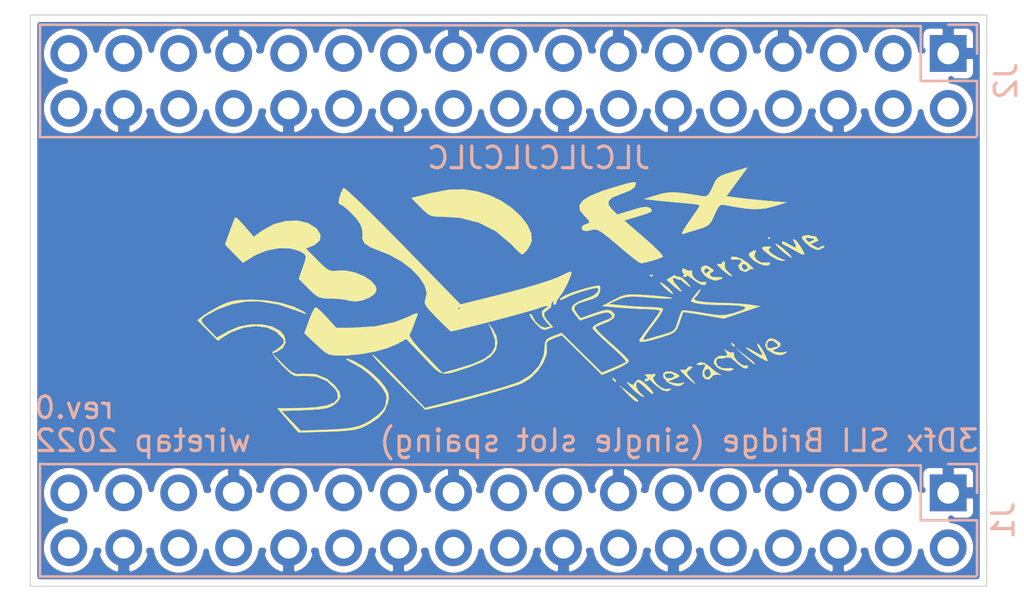
<source format=kicad_pcb>
(kicad_pcb (version 20171130) (host pcbnew "(5.1.6)-1")
  (layers (0 F.Cu power) (1 In1.Cu signal) (2 In2.Cu signal) (31 B.Cu power) (34 B.Paste user) (35 F.Paste user) (36 B.SilkS user) (37 F.SilkS user) (38 B.Mask user) (39 F.Mask user) (44 Edge.Cuts user))
  (net 0 "")
  (net 1 2)
  (net 2 3)
  (net 3 4)
  (net 4 5)
  (net 5 8)
  (net 6 9)
  (net 7 10)
  (net 8 11)
  (net 9 14)
  (net 10 15)
  (net 11 17)
  (net 12 18)
  (net 13 20)
  (net 14 21)
  (net 15 23)
  (net 16 24)
  (net 17 25)
  (net 18 28)
  (net 19 29)
  (net 20 30)
  (net 21 31)
  (net 22 33)
  (net 23 34)
  (net 24 GND)
  (module SamacSys_Parts:3DFXinteractive-logo (layer F.Cu) (at 151.13 98.679)
    (fp_text reference G*** hide)
    (fp_text value LOGO hide)
    (fp_poly (pts (xy 11.070867 -6.002413) (xy 10.581087 -5.334) (xy 11.157943 -5.259677) (xy 11.556747 -5.2133) (xy 12.052264 -5.162594) (xy 12.53857 -5.118387) (xy 12.5476 -5.117633) (xy 13.3604 -5.049914) (xy 12.7508 -4.860641) (xy 12.353985 -4.766518) (xy 11.934794 -4.734736) (xy 11.444678 -4.766906) (xy 10.835088 -4.864639) (xy 10.483036 -4.935896) (xy 10.334319 -4.939636) (xy 10.218264 -4.848298) (xy 10.095182 -4.621412) (xy 10.031721 -4.47567) (xy 9.889372 -4.172937) (xy 9.741709 -3.996911) (xy 9.5169 -3.883907) (xy 9.280652 -3.809794) (xy 8.945049 -3.709271) (xy 8.669518 -3.621592) (xy 8.566004 -3.585376) (xy 8.524372 -3.620393) (xy 8.608209 -3.799506) (xy 8.811934 -4.111514) (xy 8.867037 -4.189525) (xy 9.089437 -4.506838) (xy 9.257171 -4.756906) (xy 9.342084 -4.897385) (xy 9.3472 -4.911738) (xy 9.253943 -4.942491) (xy 9.006636 -4.979826) (xy 8.653979 -5.016754) (xy 8.5598 -5.024721) (xy 8.093998 -5.064897) (xy 7.629838 -5.109022) (xy 7.267927 -5.147532) (xy 6.763455 -5.206685) (xy 7.355498 -5.389866) (xy 7.636091 -5.467684) (xy 7.894856 -5.510407) (xy 8.178337 -5.516915) (xy 8.533078 -5.486093) (xy 9.005623 -5.416821) (xy 9.463685 -5.339251) (xy 9.632537 -5.33271) (xy 9.753684 -5.413932) (xy 9.873813 -5.625519) (xy 9.939458 -5.773407) (xy 10.057258 -6.025858) (xy 10.179154 -6.187283) (xy 10.360329 -6.299289) (xy 10.655968 -6.403485) (xy 10.853496 -6.462576) (xy 11.560647 -6.670825) (xy 11.070867 -6.002413)) (layer F.SilkS) (width 0.01))
    (fp_poly (pts (xy 12.5984 -3.4036) (xy 12.5476 -3.3528) (xy 12.4968 -3.4036) (xy 12.5476 -3.4544) (xy 12.5984 -3.4036)) (layer F.SilkS) (width 0.01))
    (fp_poly (pts (xy 14.732 -3.4036) (xy 14.828924 -3.312302) (xy 14.8336 -3.296004) (xy 14.754992 -3.252365) (xy 14.732 -3.2512) (xy 14.634304 -3.329306) (xy 14.6304 -3.358797) (xy 14.692643 -3.419476) (xy 14.732 -3.4036)) (layer F.SilkS) (width 0.01))
    (fp_poly (pts (xy 14.449248 -3.522805) (xy 14.486622 -3.477856) (xy 14.393333 -3.462422) (xy 14.259551 -3.401144) (xy 14.253633 -3.3274) (xy 14.370595 -3.227586) (xy 14.422051 -3.228318) (xy 14.498364 -3.198723) (xy 14.484918 -3.160795) (xy 14.504797 -3.04502) (xy 14.553566 -3.013899) (xy 14.6085 -2.964535) (xy 14.57191 -2.954422) (xy 14.43376 -3.016745) (xy 14.24417 -3.179266) (xy 14.22649 -3.197749) (xy 14.079444 -3.373047) (xy 14.071199 -3.464614) (xy 14.154628 -3.512133) (xy 14.37043 -3.539811) (xy 14.449248 -3.522805)) (layer F.SilkS) (width 0.01))
    (fp_poly (pts (xy 13.321656 -3.19411) (xy 13.467981 -3.102032) (xy 13.606283 -2.982505) (xy 13.580974 -2.963647) (xy 13.405106 -3.045722) (xy 13.3096 -3.0988) (xy 13.163402 -3.20081) (xy 13.159848 -3.24741) (xy 13.163181 -3.2476) (xy 13.321656 -3.19411)) (layer F.SilkS) (width 0.01))
    (fp_poly (pts (xy 15.105774 -3.002964) (xy 15.0368 -2.9464) (xy 14.851581 -2.860428) (xy 14.7828 -2.847912) (xy 14.764625 -2.889837) (xy 14.8336 -2.9464) (xy 15.018818 -3.032373) (xy 15.0876 -3.044889) (xy 15.105774 -3.002964)) (layer F.SilkS) (width 0.01))
    (fp_poly (pts (xy 13.806128 -3.27294) (xy 13.959735 -3.073742) (xy 14.007337 -2.9972) (xy 14.132762 -2.777312) (xy 14.19434 -2.654641) (xy 14.195173 -2.645201) (xy 14.100968 -2.691086) (xy 13.941413 -2.777481) (xy 13.793344 -2.894052) (xy 13.778091 -2.974625) (xy 13.779285 -3.096662) (xy 13.718037 -3.197945) (xy 13.654626 -3.323257) (xy 13.693523 -3.3528) (xy 13.806128 -3.27294)) (layer F.SilkS) (width 0.01))
    (fp_poly (pts (xy -0.90298 -5.550605) (xy -0.366455 -5.380136) (xy 0.179002 -5.120811) (xy 0.671438 -4.784001) (xy 1.08419 -4.399425) (xy 1.390594 -3.996803) (xy 1.563989 -3.605855) (xy 1.577712 -3.256301) (xy 1.568755 -3.223047) (xy 1.463849 -2.997016) (xy 1.312984 -2.785216) (xy 1.170458 -2.658438) (xy 1.127253 -2.647451) (xy 1.031876 -2.718815) (xy 0.840689 -2.900002) (xy 0.601733 -3.144855) (xy -0.071375 -3.712095) (xy -0.851591 -4.111606) (xy -1.721686 -4.336379) (xy -2.448249 -4.385917) (xy -2.813999 -4.389119) (xy -3.052819 -4.426431) (xy -3.240939 -4.527813) (xy -3.454586 -4.723225) (xy -3.548494 -4.818352) (xy -3.978489 -5.256485) (xy -3.047218 -5.486594) (xy -2.26258 -5.635261) (xy -1.570662 -5.657505) (xy -0.90298 -5.550605)) (layer F.SilkS) (width 0.01))
    (fp_poly (pts (xy 12.972537 -3.086154) (xy 13.163019 -2.943601) (xy 13.368362 -2.766051) (xy 13.533082 -2.602101) (xy 13.601694 -2.50035) (xy 13.598699 -2.491433) (xy 13.509002 -2.531758) (xy 13.316375 -2.671926) (xy 13.1572 -2.801955) (xy 12.95007 -2.991731) (xy 12.846141 -3.116266) (xy 12.8524 -3.145111) (xy 12.972537 -3.086154)) (layer F.SilkS) (width 0.01))
    (fp_poly (pts (xy 12.629672 -3.006434) (xy 12.608583 -2.952692) (xy 12.588574 -2.939486) (xy 12.519787 -2.853218) (xy 12.606274 -2.73975) (xy 12.697934 -2.669865) (xy 12.952577 -2.514082) (xy 13.155134 -2.423128) (xy 13.299987 -2.371112) (xy 13.248511 -2.352446) (xy 13.14816 -2.346928) (xy 12.939808 -2.39994) (xy 12.668861 -2.545123) (xy 12.567663 -2.6162) (xy 12.312287 -2.819777) (xy 12.217303 -2.935766) (xy 12.275437 -2.991376) (xy 12.461646 -3.012822) (xy 12.629672 -3.006434)) (layer F.SilkS) (width 0.01))
    (fp_poly (pts (xy 6.367068 -5.976247) (xy 6.399103 -5.92679) (xy 6.399244 -5.9182) (xy 6.334247 -5.75324) (xy 6.127475 -5.605174) (xy 5.750227 -5.454155) (xy 5.707754 -5.44001) (xy 5.324767 -5.28374) (xy 5.135448 -5.122167) (xy 5.130549 -4.939303) (xy 5.29434 -4.7254) (xy 5.5372 -4.490062) (xy 6.220609 -4.697856) (xy 6.595051 -4.803906) (xy 6.830833 -4.844446) (xy 6.980141 -4.823728) (xy 7.070955 -4.767104) (xy 7.136436 -4.688702) (xy 7.096857 -4.619842) (xy 6.922492 -4.540896) (xy 6.583612 -4.432232) (xy 6.547246 -4.42129) (xy 5.8566 -4.214021) (xy 6.789427 -3.407818) (xy 7.141314 -3.093653) (xy 7.419565 -2.825782) (xy 7.597184 -2.631657) (xy 7.647173 -2.538728) (xy 7.645727 -2.537136) (xy 7.502817 -2.470277) (xy 7.244133 -2.382955) (xy 6.952085 -2.299575) (xy 6.709083 -2.244543) (xy 6.626166 -2.2352) (xy 6.512203 -2.298375) (xy 6.27982 -2.470548) (xy 5.962452 -2.725696) (xy 5.593533 -3.037795) (xy 5.579934 -3.049572) (xy 5.15735 -3.407095) (xy 4.853137 -3.640556) (xy 4.640052 -3.767622) (xy 4.490855 -3.805959) (xy 4.42838 -3.796346) (xy 4.113291 -3.72481) (xy 3.937881 -3.76436) (xy 3.88643 -3.842113) (xy 3.931193 -3.969529) (xy 4.053295 -4.031763) (xy 4.221316 -4.093358) (xy 4.241802 -4.180755) (xy 4.110461 -4.336433) (xy 4.0132 -4.428499) (xy 3.813009 -4.678944) (xy 3.783809 -4.909972) (xy 3.932511 -5.129009) (xy 4.266029 -5.343482) (xy 4.791275 -5.560817) (xy 5.189105 -5.691917) (xy 5.699517 -5.846252) (xy 6.046499 -5.941443) (xy 6.259275 -5.982953) (xy 6.367068 -5.976247)) (layer F.SilkS) (width 0.01))
    (fp_poly (pts (xy 11.952451 -2.818254) (xy 11.899999 -2.707823) (xy 11.871015 -2.548174) (xy 11.981406 -2.38682) (xy 12.174376 -2.275037) (xy 12.391859 -2.263765) (xy 12.555636 -2.270449) (xy 12.5984 -2.225689) (xy 12.520627 -2.138734) (xy 12.328449 -2.140499) (xy 12.083579 -2.218347) (xy 11.847729 -2.35964) (xy 11.816665 -2.385772) (xy 11.64072 -2.560773) (xy 11.611078 -2.667409) (xy 11.684 -2.739816) (xy 11.869098 -2.832942) (xy 11.952451 -2.818254)) (layer F.SilkS) (width 0.01))
    (fp_poly (pts (xy 11.033947 -2.52965) (xy 11.284268 -2.432949) (xy 11.542143 -2.265614) (xy 11.586237 -2.228242) (xy 11.766571 -2.059822) (xy 11.837658 -1.974885) (xy 11.81802 -1.975899) (xy 11.6686 -1.967551) (xy 11.634224 -1.932058) (xy 11.476156 -1.834261) (xy 11.274699 -1.889716) (xy 11.183506 -1.972155) (xy 11.135108 -2.091267) (xy 11.2776 -2.091267) (xy 11.359403 -1.951309) (xy 11.438466 -1.9304) (xy 11.556961 -1.989475) (xy 11.559116 -2.05105) (xy 11.457989 -2.18522) (xy 11.336245 -2.202279) (xy 11.2776 -2.091267) (xy 11.135108 -2.091267) (xy 11.122091 -2.123303) (xy 11.171066 -2.181351) (xy 11.279772 -2.308584) (xy 11.219076 -2.403133) (xy 11.0236 -2.413534) (xy 10.834807 -2.406567) (xy 10.7696 -2.45249) (xy 10.844588 -2.541052) (xy 11.033947 -2.52965)) (layer F.SilkS) (width 0.01))
    (fp_poly (pts (xy 10.515136 -2.261396) (xy 10.496552 -2.1714) (xy 10.525333 -1.977979) (xy 10.677541 -1.818059) (xy 10.817125 -1.68967) (xy 10.826529 -1.631192) (xy 10.8204 -1.630838) (xy 10.690309 -1.694635) (xy 10.477274 -1.855384) (xy 10.364466 -1.95351) (xy 10.195147 -2.123729) (xy 10.14661 -2.209772) (xy 10.186666 -2.20772) (xy 10.331643 -2.194518) (xy 10.3632 -2.238389) (xy 10.440163 -2.334431) (xy 10.461611 -2.3368) (xy 10.515136 -2.261396)) (layer F.SilkS) (width 0.01))
    (fp_poly (pts (xy 7.179733 -1.693334) (xy 7.165786 -1.632933) (xy 7.112 -1.6256) (xy 7.028371 -1.662774) (xy 7.044266 -1.693334) (xy 7.164842 -1.705493) (xy 7.179733 -1.693334)) (layer F.SilkS) (width 0.01))
    (fp_poly (pts (xy 9.725915 -2.099761) (xy 9.6774 -2.066313) (xy 9.563075 -1.932596) (xy 9.5504 -1.860264) (xy 9.61612 -1.752472) (xy 9.701581 -1.763474) (xy 9.819752 -1.756331) (xy 9.828581 -1.698144) (xy 9.899465 -1.611043) (xy 10.149878 -1.591587) (xy 10.152242 -1.5917) (xy 10.365745 -1.587065) (xy 10.387533 -1.540944) (xy 10.355442 -1.517056) (xy 10.068431 -1.429724) (xy 9.76279 -1.531857) (xy 9.590584 -1.65976) (xy 9.415733 -1.870999) (xy 9.40231 -2.037836) (xy 9.5469 -2.122372) (xy 9.632596 -2.125579) (xy 9.725915 -2.099761)) (layer F.SilkS) (width 0.01))
    (fp_poly (pts (xy 8.64838 -1.95866) (xy 8.827879 -1.886742) (xy 8.903532 -1.898852) (xy 9.00044 -1.890443) (xy 8.984784 -1.796876) (xy 9.018106 -1.642015) (xy 9.170755 -1.480747) (xy 9.368805 -1.369462) (xy 9.538331 -1.36455) (xy 9.545932 -1.368839) (xy 9.642734 -1.364926) (xy 9.652 -1.326797) (xy 9.58368 -1.226483) (xy 9.404749 -1.253953) (xy 9.154251 -1.399536) (xy 9.060928 -1.4732) (xy 8.838781 -1.637533) (xy 8.670129 -1.723528) (xy 8.646733 -1.7272) (xy 8.550682 -1.810636) (xy 8.5344 -1.89992) (xy 8.564299 -2.010461) (xy 8.64838 -1.95866)) (layer F.SilkS) (width 0.01))
    (fp_poly (pts (xy 8.527737 -1.556477) (xy 8.718076 -1.391996) (xy 8.7376 -1.3716) (xy 8.901492 -1.183462) (xy 8.91684 -1.129233) (xy 8.788014 -1.209006) (xy 8.5852 -1.368451) (xy 8.419343 -1.524815) (xy 8.372623 -1.614184) (xy 8.389689 -1.621947) (xy 8.527737 -1.556477)) (layer F.SilkS) (width 0.01))
    (fp_poly (pts (xy 8.190207 -1.65786) (xy 8.153634 -1.617464) (xy 8.096895 -1.498726) (xy 8.168637 -1.347515) (xy 8.299643 -1.199115) (xy 8.472838 -0.999019) (xy 8.500161 -0.923368) (xy 8.396731 -0.972623) (xy 8.177667 -1.147245) (xy 8.125147 -1.1938) (xy 7.814288 -1.4732) (xy 8.047344 -1.61215) (xy 8.194986 -1.691732) (xy 8.190207 -1.65786)) (layer F.SilkS) (width 0.01))
    (fp_poly (pts (xy 7.570336 -1.336744) (xy 7.737241 -1.227812) (xy 7.91623 -1.073457) (xy 8.057904 -0.923052) (xy 8.112867 -0.825968) (xy 8.094549 -0.8128) (xy 7.987603 -0.87636) (xy 7.793629 -1.036681) (xy 7.697802 -1.124134) (xy 7.53727 -1.29075) (xy 7.515166 -1.354287) (xy 7.570336 -1.336744)) (layer F.SilkS) (width 0.01))
    (fp_poly (pts (xy -12.038801 -4.319767) (xy -11.869325 -4.154425) (xy -11.673914 -3.936544) (xy -11.267163 -3.460686) (xy -10.858553 -3.756683) (xy -10.349125 -4.036016) (xy -9.799436 -4.187035) (xy -9.256484 -4.208561) (xy -8.767263 -4.099418) (xy -8.37877 -3.858427) (xy -8.340393 -3.819786) (xy -8.175961 -3.545469) (xy -8.210108 -3.298079) (xy -8.438477 -3.094162) (xy -8.544703 -3.043733) (xy -8.853048 -2.916012) (xy -8.318162 -2.374398) (xy -8.03437 -2.096387) (xy -7.836025 -1.940099) (xy -7.671109 -1.877611) (xy -7.487602 -1.881002) (xy -7.41797 -1.891198) (xy -7.009486 -1.896528) (xy -6.579479 -1.805694) (xy -6.175569 -1.641635) (xy -5.845376 -1.427295) (xy -5.636519 -1.185615) (xy -5.588 -1.009578) (xy -5.679245 -0.822346) (xy -5.911714 -0.653708) (xy -6.223516 -0.527987) (xy -6.552757 -0.469504) (xy -6.837543 -0.502581) (xy -6.858 -0.510512) (xy -7.067772 -0.557772) (xy -7.398125 -0.591557) (xy -7.675047 -0.60246) (xy -8.021685 -0.615406) (xy -8.254696 -0.66778) (xy -8.454996 -0.794908) (xy -8.703499 -1.032115) (xy -8.736808 -1.065993) (xy -9.184723 -1.522385) (xy -9.011459 -2.005793) (xy -8.896567 -2.336229) (xy -8.858104 -2.531692) (xy -8.90696 -2.649546) (xy -9.054021 -2.747158) (xy -9.162918 -2.803783) (xy -9.586687 -2.9263) (xy -10.10529 -2.932497) (xy -10.652506 -2.829962) (xy -11.162117 -2.626283) (xy -11.273462 -2.561957) (xy -11.76444 -2.256748) (xy -12.592918 -3.100906) (xy -12.374268 -3.709453) (xy -12.255412 -4.031918) (xy -12.162118 -4.269841) (xy -12.118141 -4.365201) (xy -12.038801 -4.319767)) (layer F.SilkS) (width 0.01))
    (fp_poly (pts (xy -7.027493 -5.669557) (xy -6.817768 -5.48687) (xy -6.499013 -5.188507) (xy -6.087124 -4.789876) (xy -5.597997 -4.306386) (xy -5.047527 -3.753443) (xy -4.45161 -3.146456) (xy -4.375046 -3.067888) (xy -1.711372 -0.332254) (xy 0.287314 -0.832685) (xy 0.941253 -1.003732) (xy 1.568321 -1.181094) (xy 2.126267 -1.351818) (xy 2.572844 -1.502949) (xy 2.865802 -1.621534) (xy 2.875278 -1.626187) (xy 3.190455 -1.779958) (xy 3.360382 -1.846816) (xy 3.42111 -1.83161) (xy 3.408688 -1.739193) (xy 3.395807 -1.696229) (xy 3.239506 -1.303001) (xy 3.030028 -0.914955) (xy 2.857948 -0.675134) (xy 2.743489 -0.509194) (xy 2.72542 -0.423674) (xy 2.680235 -0.340412) (xy 2.635077 -0.31956) (xy 2.562847 -0.3379) (xy 2.592355 -0.408918) (xy 2.616896 -0.491615) (xy 2.55404 -0.465878) (xy 2.478228 -0.347147) (xy 2.490388 -0.302878) (xy 2.457493 -0.193259) (xy 2.339645 -0.103123) (xy 2.1654 0.044161) (xy 2.16875 0.225402) (xy 2.350372 0.471644) (xy 2.352225 0.473619) (xy 2.57085 0.706335) (xy 2.326825 0.804202) (xy 2.158086 0.843213) (xy 2.005028 0.782801) (xy 1.805809 0.594047) (xy 1.752597 0.535703) (xy 1.573787 0.313056) (xy 1.485051 0.152768) (xy 1.487106 0.110069) (xy 1.57218 0.12839) (xy 1.595476 0.172701) (xy 1.752812 0.455137) (xy 1.969423 0.662919) (xy 2.187616 0.745363) (xy 2.240391 0.73928) (xy 2.448961 0.684738) (xy 2.24048 0.462821) (xy 2.065953 0.201902) (xy 2.055212 -0.013397) (xy 2.198941 -0.143922) (xy 2.3162 -0.220358) (xy 2.316141 -0.257726) (xy 2.199965 -0.254553) (xy 1.97434 -0.184294) (xy 1.909552 -0.158368) (xy 1.741585 -0.103011) (xy 1.421492 -0.009905) (xy 0.986626 0.111099) (xy 0.474338 0.25015) (xy -0.078019 0.397396) (xy -0.633091 0.542985) (xy -1.153527 0.677065) (xy -1.601974 0.789785) (xy -1.94108 0.871294) (xy -2.133491 0.911739) (xy -2.157837 0.9144) (xy -2.238672 0.847166) (xy -2.4272 0.667432) (xy -2.68922 0.408148) (xy -2.816957 0.2794) (xy -3.122281 -0.040645) (xy -3.212386 -0.1524) (xy -1.8288 -0.1524) (xy -1.778 -0.1016) (xy -1.7272 -0.1524) (xy -1.778 -0.2032) (xy -1.8288 -0.1524) (xy -3.212386 -0.1524) (xy -3.298061 -0.25866) (xy -3.365924 -0.408401) (xy -3.347496 -0.523624) (xy -3.340202 -0.537281) (xy -3.270866 -0.851035) (xy -3.369431 -1.211141) (xy -3.613305 -1.593229) (xy -3.979892 -1.972931) (xy -4.446598 -2.325878) (xy -4.99083 -2.627699) (xy -5.446784 -2.809359) (xy -5.893167 -2.98768) (xy -6.155052 -3.171382) (xy -6.250849 -3.376725) (xy -6.238489 -3.508517) (xy -6.243592 -3.758354) (xy -6.336479 -4.037853) (xy -6.336543 -4.037976) (xy -6.490287 -4.262822) (xy -6.717788 -4.518775) (xy -6.967454 -4.75617) (xy -7.187694 -4.925341) (xy -7.313451 -4.978401) (xy -7.341716 -5.05927) (xy -7.309777 -5.252129) (xy -7.237842 -5.482359) (xy -7.146121 -5.675339) (xy -7.112294 -5.721161) (xy -7.027493 -5.669557)) (layer F.SilkS) (width 0.01))
    (fp_poly (pts (xy 9.38499 -1.025829) (xy 9.352024 -0.945459) (xy 9.22051 -0.740522) (xy 9.124797 -0.648533) (xy 9.078268 -0.564947) (xy 9.222344 -0.496203) (xy 9.544807 -0.444794) (xy 10.033438 -0.413218) (xy 10.3124 -0.406011) (xy 10.789724 -0.390832) (xy 11.249395 -0.363474) (xy 11.610258 -0.329102) (xy 11.684 -0.318694) (xy 12.1412 -0.246049) (xy 10.457646 0.323869) (xy 9.527173 0.16465) (xy 9.120974 0.097708) (xy 8.800706 0.049787) (xy 8.611378 0.027372) (xy 8.57946 0.028116) (xy 8.540831 0.129183) (xy 8.462245 0.360177) (xy 8.413703 0.508) (xy 8.311437 0.777329) (xy 8.184595 0.940521) (xy 7.970194 1.055255) (xy 7.721722 1.141711) (xy 7.170419 1.307472) (xy 6.78825 1.392348) (xy 6.580528 1.395575) (xy 6.552569 1.316387) (xy 6.556448 1.309462) (xy 6.65742 1.161158) (xy 6.842883 0.906435) (xy 7.073178 0.599738) (xy 7.079136 0.591917) (xy 7.295232 0.300695) (xy 7.452029 0.074853) (xy 7.517991 -0.040017) (xy 7.5184 -0.043083) (xy 7.425868 -0.075246) (xy 7.184545 -0.10119) (xy 6.8834 -0.11422) (xy 6.425223 -0.131443) (xy 5.899446 -0.162877) (xy 5.5372 -0.191536) (xy 4.826 -0.256232) (xy 5.373429 -0.543337) (xy 5.628474 -0.671739) (xy 5.838764 -0.751323) (xy 6.060537 -0.789648) (xy 6.350034 -0.79427) (xy 6.763495 -0.772748) (xy 6.975199 -0.758578) (xy 7.415371 -0.722979) (xy 7.773548 -0.683446) (xy 8.005444 -0.645507) (xy 8.069538 -0.621997) (xy 7.992487 -0.603472) (xy 7.752894 -0.603709) (xy 7.390455 -0.621719) (xy 7.047225 -0.647532) (xy 6.550146 -0.685076) (xy 6.201423 -0.695202) (xy 5.947607 -0.674288) (xy 5.735252 -0.618712) (xy 5.558924 -0.546692) (xy 5.132933 -0.3556) (xy 5.741466 -0.290428) (xy 6.213054 -0.250341) (xy 6.729331 -0.221556) (xy 6.968066 -0.214228) (xy 7.30519 -0.198647) (xy 7.554555 -0.169355) (xy 7.649858 -0.139475) (xy 7.624595 -0.03388) (xy 7.49835 0.184407) (xy 7.297722 0.469924) (xy 7.278328 0.495525) (xy 6.991917 0.875147) (xy 6.818044 1.119867) (xy 6.743834 1.25467) (xy 6.756415 1.304535) (xy 6.842915 1.294447) (xy 6.870676 1.286636) (xy 7.071215 1.228783) (xy 7.386346 1.138896) (xy 7.633223 1.068882) (xy 7.957842 0.968191) (xy 8.143844 0.865623) (xy 8.249636 0.709595) (xy 8.33296 0.450913) (xy 8.423563 0.170357) (xy 8.506173 -0.015737) (xy 8.534346 -0.050767) (xy 8.661042 -0.054497) (xy 8.937988 -0.02608) (xy 9.315786 0.028801) (xy 9.511009 0.061573) (xy 9.958186 0.134937) (xy 10.274001 0.167195) (xy 10.526273 0.157444) (xy 10.782823 0.104783) (xy 11.001803 0.041745) (xy 11.332135 -0.075701) (xy 11.463086 -0.168396) (xy 11.394082 -0.236699) (xy 11.124546 -0.280971) (xy 10.653904 -0.301574) (xy 10.4521 -0.303245) (xy 9.870835 -0.316441) (xy 9.409419 -0.351627) (xy 9.093313 -0.405564) (xy 8.947977 -0.475018) (xy 8.941304 -0.4953) (xy 9.001503 -0.606303) (xy 9.150486 -0.803311) (xy 9.200675 -0.8636) (xy 9.349636 -1.02583) (xy 9.38499 -1.025829)) (layer F.SilkS) (width 0.01))
    (fp_poly (pts (xy 10.855501 1.463498) (xy 10.963718 1.557943) (xy 10.9728 1.580796) (xy 10.924583 1.622554) (xy 10.824196 1.528984) (xy 10.810698 1.508301) (xy 10.798723 1.438777) (xy 10.855501 1.463498)) (layer F.SilkS) (width 0.01))
    (fp_poly (pts (xy 12.731384 1.251809) (xy 12.84127 1.297242) (xy 13.059658 1.443517) (xy 13.080611 1.584759) (xy 12.902638 1.707359) (xy 12.886896 1.713347) (xy 12.738666 1.780864) (xy 12.773828 1.832995) (xy 12.850409 1.864777) (xy 13.099161 1.896473) (xy 13.247713 1.875248) (xy 13.384279 1.847281) (xy 13.342865 1.898277) (xy 13.3096 1.922188) (xy 13.116526 2.013455) (xy 12.899019 1.990453) (xy 12.747272 1.935325) (xy 12.461407 1.761368) (xy 12.40742 1.644706) (xy 12.460527 1.644706) (xy 12.599005 1.699769) (xy 12.677602 1.679559) (xy 12.875093 1.62941) (xy 12.923949 1.6256) (xy 12.962001 1.56664) (xy 12.9032 1.4732) (xy 12.710963 1.33611) (xy 12.536974 1.361718) (xy 12.46387 1.463267) (xy 12.460527 1.644706) (xy 12.40742 1.644706) (xy 12.365878 1.554938) (xy 12.436591 1.367284) (xy 12.56777 1.241127) (xy 12.731384 1.251809)) (layer F.SilkS) (width 0.01))
    (fp_poly (pts (xy 12.079287 1.522661) (xy 12.20847 1.706016) (xy 12.285784 1.836615) (xy 12.415026 2.087071) (xy 12.479455 2.253713) (xy 12.479276 2.28659) (xy 12.380069 2.258534) (xy 12.163789 2.14633) (xy 11.961022 2.025724) (xy 11.697951 1.852295) (xy 11.523522 1.718735) (xy 11.4808 1.667926) (xy 11.556298 1.677788) (xy 11.74502 1.773877) (xy 11.822992 1.820513) (xy 12.10088 1.980114) (xy 12.228848 2.01619) (xy 12.219766 1.926824) (xy 12.129779 1.774829) (xy 12.024844 1.580573) (xy 12.007299 1.471655) (xy 12.007767 1.471165) (xy 12.079287 1.522661)) (layer F.SilkS) (width 0.01))
    (fp_poly (pts (xy 11.4554 2.030915) (xy 11.757955 2.269558) (xy 11.887832 2.403929) (xy 11.8618 2.436888) (xy 11.778743 2.374345) (xy 11.592206 2.215108) (xy 11.43 2.071666) (xy 11.0236 1.707956) (xy 11.4554 2.030915)) (layer F.SilkS) (width 0.01))
    (fp_poly (pts (xy 10.51718 1.758164) (xy 10.587349 1.812146) (xy 10.768866 1.894808) (xy 10.865585 1.883069) (xy 10.930599 1.893528) (xy 10.917841 1.955399) (xy 10.947537 2.10928) (xy 11.085367 2.293157) (xy 11.268089 2.445723) (xy 11.432462 2.505671) (xy 11.473278 2.493848) (xy 11.572213 2.495036) (xy 11.5824 2.534003) (xy 11.520267 2.637203) (xy 11.358164 2.602466) (xy 11.132529 2.442465) (xy 11.027778 2.341161) (xy 10.792944 2.142493) (xy 10.615357 2.10917) (xy 10.57697 2.124232) (xy 10.375686 2.175301) (xy 10.29631 2.165307) (xy 10.151146 2.183487) (xy 10.098342 2.31895) (xy 10.165947 2.496225) (xy 10.171005 2.50246) (xy 10.392672 2.617308) (xy 10.629824 2.620843) (xy 10.837197 2.615966) (xy 10.912294 2.654533) (xy 10.908877 2.662833) (xy 10.757503 2.7397) (xy 10.513116 2.73086) (xy 10.260406 2.64915) (xy 10.110924 2.541905) (xy 9.992447 2.368) (xy 10.025458 2.227465) (xy 10.057931 2.184964) (xy 10.216365 2.061328) (xy 10.300553 2.042696) (xy 10.551618 2.051127) (xy 10.625555 1.986588) (xy 10.55344 1.8542) (xy 10.465679 1.733945) (xy 10.51718 1.758164)) (layer F.SilkS) (width 0.01))
    (fp_poly (pts (xy -8.293291 -0.13319) (xy -8.095484 0.049246) (xy -7.882528 0.272715) (xy -7.451653 0.748631) (xy -6.646827 0.745577) (xy -5.643455 0.677957) (xy -4.753692 0.487154) (xy -4.128728 0.242256) (xy -3.849161 0.109904) (xy -3.713563 0.069824) (xy -3.687697 0.116654) (xy -3.70732 0.17623) (xy -3.793399 0.402315) (xy -3.885934 0.6604) (xy -3.984619 0.907456) (xy -4.070095 1.0668) (xy -4.035693 1.177678) (xy -3.878355 1.400351) (xy -3.621044 1.705177) (xy -3.346591 2.000802) (xy -2.544874 2.833205) (xy -1.818881 2.632022) (xy -1.118235 2.410236) (xy -0.608968 2.179602) (xy -0.279305 1.926916) (xy -0.117473 1.638974) (xy -0.111697 1.302573) (xy -0.250203 0.904506) (xy -0.260116 0.883954) (xy -0.418632 0.5588) (xy -0.211575 0.8128) (xy -0.052914 1.125846) (xy -0.00226 1.428791) (xy -0.072987 1.772867) (xy -0.300024 2.067255) (xy -0.69866 2.325212) (xy -1.284185 2.559996) (xy -1.3208 2.572071) (xy -1.829134 2.739295) (xy -2.190247 2.842598) (xy -2.453082 2.871067) (xy -2.666583 2.813787) (xy -2.879694 2.659843) (xy -3.141358 2.398321) (xy -3.418583 2.104266) (xy -4.2164 1.263491) (xy -4.629989 1.492912) (xy -5.081316 1.684052) (xy -5.665953 1.846579) (xy -6.314485 1.965795) (xy -6.957499 2.026999) (xy -7.175525 2.032) (xy -7.519675 2.026364) (xy -7.755491 1.989517) (xy -7.952838 1.89155) (xy -8.18158 1.702554) (xy -8.381051 1.515912) (xy -8.926737 0.999824) (xy -8.71031 0.398312) (xy -8.584789 0.086124) (xy -8.47215 -0.131325) (xy -8.403642 -0.2032) (xy -8.293291 -0.13319)) (layer F.SilkS) (width 0.01))
    (fp_poly (pts (xy 9.583681 2.38362) (xy 9.806333 2.543551) (xy 9.814053 2.551991) (xy 10.033958 2.749056) (xy 10.2108 2.859657) (xy 10.346972 2.926344) (xy 10.293062 2.928275) (xy 10.191961 2.909693) (xy 9.989493 2.931336) (xy 9.91575 3.008427) (xy 9.784637 3.134025) (xy 9.606379 3.120999) (xy 9.480376 2.983741) (xy 9.480079 2.8448) (xy 9.5504 2.8448) (xy 9.613927 3.010285) (xy 9.7028 3.048) (xy 9.826913 2.963296) (xy 9.8552 2.8448) (xy 9.791672 2.679314) (xy 9.7028 2.6416) (xy 9.578686 2.726303) (xy 9.5504 2.8448) (xy 9.480079 2.8448) (xy 9.479922 2.771714) (xy 9.543742 2.614504) (xy 9.61571 2.470935) (xy 9.544485 2.439725) (xy 9.410451 2.460886) (xy 9.238511 2.469747) (xy 9.20387 2.423723) (xy 9.35881 2.338622) (xy 9.583681 2.38362)) (layer F.SilkS) (width 0.01))
    (fp_poly (pts (xy 5.369101 3.089098) (xy 5.478174 3.191398) (xy 5.455799 3.250211) (xy 5.441596 3.2512) (xy 5.355661 3.179035) (xy 5.324298 3.133901) (xy 5.312323 3.064377) (xy 5.369101 3.089098)) (layer F.SilkS) (width 0.01))
    (fp_poly (pts (xy 9.015274 2.555746) (xy 8.958781 2.627622) (xy 8.884018 2.684211) (xy 8.761095 2.789474) (xy 8.76079 2.886756) (xy 8.891581 3.046249) (xy 8.93311 3.090611) (xy 9.102022 3.281402) (xy 9.131204 3.340998) (xy 9.031663 3.274469) (xy 8.81441 3.086882) (xy 8.703053 2.984701) (xy 8.49591 2.777328) (xy 8.446274 2.684304) (xy 8.525253 2.689496) (xy 8.69582 2.702993) (xy 8.7376 2.648446) (xy 8.821034 2.555552) (xy 8.909418 2.54) (xy 9.015274 2.555746)) (layer F.SilkS) (width 0.01))
    (fp_poly (pts (xy 8.034178 2.773308) (xy 8.261679 2.862342) (xy 8.40256 2.948537) (xy 8.388938 3.010652) (xy 8.204597 3.096602) (xy 8.1788 3.107259) (xy 7.874 3.233034) (xy 8.147625 3.302482) (xy 8.392814 3.328755) (xy 8.544323 3.295866) (xy 8.619795 3.278129) (xy 8.594901 3.337101) (xy 8.425098 3.440386) (xy 8.167819 3.421924) (xy 7.891898 3.289809) (xy 7.837638 3.248058) (xy 7.664669 3.035438) (xy 7.662792 2.929466) (xy 7.7216 2.929466) (xy 7.79543 3.075672) (xy 8.010794 3.081242) (xy 8.03114 3.076198) (xy 8.166208 2.998285) (xy 8.171661 2.934849) (xy 8.048022 2.863126) (xy 7.869159 2.848664) (xy 7.737849 2.892691) (xy 7.7216 2.929466) (xy 7.662792 2.929466) (xy 7.661658 2.865529) (xy 7.795773 2.768197) (xy 8.034178 2.773308)) (layer F.SilkS) (width 0.01))
    (fp_poly (pts (xy 7.218622 2.92423) (xy 7.208754 2.991885) (xy 7.196317 3.123946) (xy 7.309714 3.299135) (xy 7.494893 3.466081) (xy 7.697799 3.57341) (xy 7.831113 3.583369) (xy 7.989637 3.563136) (xy 8.0264 3.5831) (xy 7.942958 3.647041) (xy 7.837905 3.683192) (xy 7.626404 3.638022) (xy 7.324881 3.420328) (xy 7.228305 3.331803) (xy 7.001053 3.112745) (xy 6.848156 2.959948) (xy 6.8072 2.91336) (xy 6.894306 2.899892) (xy 7.05612 2.8956) (xy 7.218622 2.92423)) (layer F.SilkS) (width 0.01))
    (fp_poly (pts (xy 6.66884 3.211393) (xy 6.858246 3.361371) (xy 7.045348 3.546428) (xy 7.176274 3.713459) (xy 7.198786 3.80788) (xy 7.104934 3.774017) (xy 6.930364 3.628312) (xy 6.856984 3.55494) (xy 6.656697 3.364954) (xy 6.509602 3.259075) (xy 6.483391 3.2512) (xy 6.39944 3.321836) (xy 6.41538 3.486752) (xy 6.512189 3.675453) (xy 6.6294 3.792278) (xy 6.76144 3.906148) (xy 6.7564 3.954092) (xy 6.624716 3.892298) (xy 6.414094 3.734189) (xy 6.3246 3.656053) (xy 6.137475 3.470403) (xy 6.018203 3.325288) (xy 5.986308 3.25294) (xy 6.061315 3.285592) (xy 6.134934 3.342952) (xy 6.265299 3.400507) (xy 6.334946 3.304593) (xy 6.459593 3.168) (xy 6.531002 3.1496) (xy 6.66884 3.211393)) (layer F.SilkS) (width 0.01))
    (fp_poly (pts (xy 6.0706 3.749226) (xy 6.31087 3.941075) (xy 6.467639 4.080055) (xy 6.5024 4.123337) (xy 6.443174 4.169845) (xy 6.278721 4.069017) (xy 6.028876 3.833674) (xy 5.98893 3.791488) (xy 5.6388 3.417377) (xy 6.0706 3.749226)) (layer F.SilkS) (width 0.01))
    (fp_poly (pts (xy 4.732112 -1.194554) (xy 4.750443 -1.067083) (xy 4.722725 -0.8931) (xy 4.634968 -0.722787) (xy 4.440608 -0.603012) (xy 4.164884 -0.517636) (xy 3.778268 -0.395542) (xy 3.578275 -0.265375) (xy 3.548621 -0.108126) (xy 3.656767 0.075547) (xy 3.841515 0.303495) (xy 4.465422 0.07901) (xy 4.849438 -0.043834) (xy 5.098474 -0.080862) (xy 5.258495 -0.038723) (xy 5.262465 -0.036265) (xy 5.419479 0.129175) (xy 5.376778 0.295238) (xy 5.137699 0.454734) (xy 5.010546 0.506827) (xy 4.739279 0.614949) (xy 4.557012 0.702206) (xy 4.525116 0.724216) (xy 4.571284 0.81127) (xy 4.74352 0.998961) (xy 5.012432 1.257075) (xy 5.25497 1.474419) (xy 5.587751 1.7734) (xy 5.857414 2.031688) (xy 6.029828 2.215646) (xy 6.074303 2.28187) (xy 6.002646 2.376547) (xy 5.786781 2.512813) (xy 5.473007 2.661566) (xy 5.464703 2.665029) (xy 4.826 2.930565) (xy 3.898588 2.013026) (xy 2.971177 1.095487) (xy 2.597238 1.230705) (xy 2.350373 1.345647) (xy 2.265439 1.470663) (xy 2.274488 1.561668) (xy 2.275908 1.932075) (xy 2.126888 2.343164) (xy 1.85933 2.745941) (xy 1.505135 3.091411) (xy 1.132491 3.315519) (xy 0.895593 3.401143) (xy 0.50282 3.524956) (xy -0.004685 3.675392) (xy -0.585782 3.840885) (xy -1.19933 4.009869) (xy -1.804187 4.170779) (xy -2.359214 4.312047) (xy -2.72066 4.398758) (xy -3.336048 4.540927) (xy -4.584033 3.289938) (xy -4.986491 2.881079) (xy -5.329211 2.522463) (xy -5.590078 2.238102) (xy -5.746979 2.052006) (xy -5.782159 1.989091) (xy -5.699793 2.042552) (xy -5.502712 2.221911) (xy -5.2145 2.504192) (xy -4.858736 2.866414) (xy -4.542485 3.197092) (xy -3.352671 4.454952) (xy -1.396936 3.95365) (xy -0.759805 3.785541) (xy -0.158225 3.617992) (xy 0.367652 3.46286) (xy 0.777676 3.331999) (xy 1.031697 3.237267) (xy 1.036513 3.235096) (xy 1.546275 2.916891) (xy 1.920893 2.502527) (xy 2.133837 2.026774) (xy 2.172585 1.746224) (xy 2.192785 1.454012) (xy 2.264644 1.291506) (xy 2.435915 1.185248) (xy 2.572783 1.130626) (xy 2.960358 0.983113) (xy 3.893179 1.901168) (xy 4.826 2.819224) (xy 5.353527 2.600817) (xy 5.653535 2.470822) (xy 5.870588 2.366046) (xy 5.940556 2.322909) (xy 5.894027 2.236215) (xy 5.721498 2.048809) (xy 5.4524 1.790871) (xy 5.209829 1.57358) (xy 4.876722 1.273736) (xy 4.606612 1.013501) (xy 4.433754 0.826885) (xy 4.38907 0.758725) (xy 4.459281 0.656133) (xy 4.677021 0.529106) (xy 4.872921 0.448727) (xy 5.163517 0.334878) (xy 5.2902 0.250255) (xy 5.284116 0.167139) (xy 5.242953 0.11941) (xy 5.13899 0.049541) (xy 4.990496 0.041192) (xy 4.745572 0.099257) (xy 4.454302 0.193767) (xy 3.81 0.412471) (xy 3.585498 0.133507) (xy 3.443912 -0.066027) (xy 3.429908 -0.195762) (xy 3.514384 -0.314949) (xy 3.704969 -0.446484) (xy 3.999154 -0.57333) (xy 4.113384 -0.609204) (xy 4.411752 -0.73032) (xy 4.609225 -0.882142) (xy 4.667515 -1.029649) (xy 4.636112 -1.087355) (xy 4.516869 -1.088182) (xy 4.267064 -1.03412) (xy 3.94584 -0.943095) (xy 3.612338 -0.833032) (xy 3.325703 -0.721857) (xy 3.166184 -0.641846) (xy 2.977023 -0.548826) (xy 2.877343 -0.543191) (xy 2.920214 -0.618253) (xy 3.093672 -0.731939) (xy 3.114758 -0.74298) (xy 3.365408 -0.850099) (xy 3.698432 -0.965026) (xy 4.057856 -1.072131) (xy 4.387708 -1.155788) (xy 4.632015 -1.200367) (xy 4.732112 -1.194554)) (layer F.SilkS) (width 0.01))
    (fp_poly (pts (xy -10.38996 1.859406) (xy -10.222635 1.763646) (xy -10.03436 1.623951) (xy -9.880838 1.457827) (xy -9.886477 1.306597) (xy -9.913857 1.256063) (xy -10.225625 0.928857) (xy -10.656371 0.732715) (xy -11.168564 0.669108) (xy -11.724669 0.739509) (xy -12.287152 0.94539) (xy -12.633815 1.149387) (xy -12.923229 1.348898) (xy -13.395815 0.873809) (xy -13.8684 0.398719) (xy -13.6144 0.199153) (xy -13.381058 0.042514) (xy -13.050086 -0.148816) (xy -12.809232 -0.274823) (xy -12.502008 -0.413049) (xy -12.216159 -0.496586) (xy -11.880726 -0.538879) (xy -11.424749 -0.553379) (xy -11.336032 -0.554017) (xy -10.659229 -0.515374) (xy -10.000622 -0.401821) (xy -9.416583 -0.2273) (xy -8.963482 -0.005757) (xy -8.879448 0.05366) (xy -8.838301 0.109231) (xy -8.96582 0.0772) (xy -9.155154 0.001064) (xy -10.121946 -0.331511) (xy -11.034164 -0.476834) (xy -11.617059 -0.46786) (xy -12.269565 -0.344535) (xy -12.918198 -0.11296) (xy -13.47313 0.19339) (xy -13.55832 0.255565) (xy -13.663414 0.350763) (xy -13.674733 0.444732) (xy -13.57514 0.586728) (xy -13.366679 0.806369) (xy -12.97712 1.205315) (xy -12.445551 0.905316) (xy -11.938798 0.69267) (xy -11.400139 0.58943) (xy -10.874204 0.591858) (xy -10.40562 0.696218) (xy -10.039015 0.89877) (xy -9.852584 1.122489) (xy -9.787448 1.418992) (xy -9.913091 1.67317) (xy -10.12753 1.818664) (xy -10.388272 1.937467) (xy -10.393898 1.861162) (xy -10.38996 1.859406)) (layer F.SilkS) (width 0.01))
    (fp_poly (pts (xy -10.388272 1.937467) (xy -10.387371 1.949681) (xy -10.395954 1.940967) (xy -10.388272 1.937467)) (layer F.SilkS) (width 0.01))
    (fp_poly (pts (xy -9.914017 2.43026) (xy -9.647184 2.691061) (xy -9.4561 2.832495) (xy -9.278539 2.88437) (xy -9.052271 2.876491) (xy -8.995288 2.870322) (xy -8.401214 2.89361) (xy -7.884614 3.102918) (xy -7.517928 3.419661) (xy -7.299663 3.717881) (xy -7.25343 3.950671) (xy -7.380764 4.163148) (xy -7.548023 4.304822) (xy -7.715604 4.405276) (xy -7.928823 4.47336) (xy -8.234021 4.51766) (xy -8.67754 4.546765) (xy -8.903722 4.556064) (xy -9.975799 4.59575) (xy -9.5345 5.051041) (xy -9.0932 5.506333) (xy -7.874 5.461873) (xy -7.265645 5.430423) (xy -6.813673 5.382665) (xy -6.471484 5.311675) (xy -6.1976 5.212833) (xy -5.859766 5.026719) (xy -5.545964 4.795137) (xy -5.304929 4.560398) (xy -5.185398 4.364815) (xy -5.180213 4.329545) (xy -5.154202 4.143278) (xy -5.122459 4.006522) (xy -5.159427 3.802815) (xy -5.328786 3.52386) (xy -5.594879 3.208647) (xy -5.922048 2.896163) (xy -6.274637 2.625396) (xy -6.516869 2.481868) (xy -6.822137 2.316094) (xy -6.979389 2.208438) (xy -6.980645 2.170865) (xy -6.817924 2.215337) (xy -6.650772 2.281135) (xy -6.24079 2.507897) (xy -5.806017 2.835437) (xy -5.420138 3.202214) (xy -5.177822 3.511314) (xy -5.043872 3.776769) (xy -5.024971 4.016085) (xy -5.073617 4.243491) (xy -5.227696 4.608686) (xy -5.494711 4.911402) (xy -5.912481 5.190276) (xy -6.093493 5.285478) (xy -6.319254 5.384496) (xy -6.564942 5.453985) (xy -6.876542 5.500904) (xy -7.30004 5.532213) (xy -7.871493 5.554566) (xy -9.1948 5.595246) (xy -9.686854 5.032823) (xy -10.178907 4.4704) (xy -9.178854 4.46267) (xy -8.438961 4.429776) (xy -7.893356 4.343339) (xy -7.540024 4.2023) (xy -7.376949 4.005603) (xy -7.402114 3.75219) (xy -7.499957 3.581901) (xy -7.878252 3.218147) (xy -8.367707 3.008268) (xy -8.930069 2.968418) (xy -8.948524 2.970101) (xy -9.201754 2.9873) (xy -9.385893 2.961148) (xy -9.557877 2.863448) (xy -9.774646 2.666006) (xy -9.975624 2.461474) (xy -10.242202 2.166214) (xy -10.386704 1.958732) (xy -10.387371 1.949681) (xy -9.914017 2.43026)) (layer F.SilkS) (width 0.01))
    (fp_line (start 13.716 -2.921) (end 13.208 -3.175) (layer F.SilkS) (width 0.12))
    (fp_line (start 13.208 -3.175) (end 14.100968 -2.691086) (layer F.SilkS) (width 0.12))
    (fp_line (start 9.6774 -2.066313) (end 9.926624 -1.902591) (layer F.SilkS) (width 0.12))
    (fp_line (start 9.926624 -1.902591) (end 9.701581 -1.763474) (layer F.SilkS) (width 0.12))
    (fp_line (start 8.419343 -1.524815) (end 8.153634 -1.617464) (layer F.SilkS) (width 0.12))
    (fp_line (start 8.636 -1.651) (end 8.89 -1.778) (layer F.SilkS) (width 0.12))
    (fp_line (start 14.692643 -3.419476) (end 14.393333 -3.462422) (layer F.SilkS) (width 0.12))
    (fp_line (start 14.498364 -3.198723) (end 14.732 -3.302) (layer F.SilkS) (width 0.12))
    (fp_line (start 14.478 -3.048) (end 14.732 -2.921) (layer F.SilkS) (width 0.12))
    (fp_line (start 6.858 3.175) (end 7.112 3.048) (layer F.SilkS) (width 0.12))
    (fp_line (start 7.112 3.048) (end 7.239 2.921) (layer F.SilkS) (width 0.12))
  )
  (module SamacSys_Parts:3DFX-SLI (layer B.Cu) (at 171.958 109.601 90)
    (fp_text reference J1 (at 1.27 2.54 90) (layer B.SilkS) (effects (justify mirror)))
    (fp_text value 3DFX-SLI)
    (fp_line (start 1.27 1.33) (end -1.27 1.33) (layer B.SilkS) (width 0.12))
    (fp_line (start 1.27 -1.27) (end 1.27 1.33) (layer B.SilkS) (width 0.12))
    (fp_line (start 1.27 -1.27) (end 3.81 -1.27) (layer B.SilkS) (width 0.12))
    (fp_line (start 3.81 -1.27) (end 3.87 -41.97) (layer B.SilkS) (width 0.12))
    (fp_line (start -1.33 1.27) (end -1.33 -41.97) (layer B.SilkS) (width 0.12))
    (fp_line (start -1.33 -41.97) (end 3.87 -41.97) (layer B.SilkS) (width 0.12))
    (fp_line (start 3.87 1.33) (end 3.87 0) (layer B.SilkS) (width 0.12))
    (fp_line (start 2.54 1.33) (end 3.87 1.33) (layer B.SilkS) (width 0.12))
    (pad 2 thru_hole circle (at 0 0 90) (size 1.7 1.7) (drill 1) (layers *.Cu *.Mask) (net 1 2))
    (pad 1 thru_hole rect (at 2.54 0 90) (size 1.7 1.7) (drill 1) (layers *.Cu *.Mask) (net 24 GND))
    (pad 4 thru_hole oval (at 0 -2.54 90) (size 1.7 1.7) (drill 1) (layers *.Cu *.Mask) (net 3 4))
    (pad 3 thru_hole oval (at 2.54 -2.54 90) (size 1.7 1.7) (drill 1) (layers *.Cu *.Mask) (net 2 3))
    (pad 6 thru_hole oval (at 0 -5.08 90) (size 1.7 1.7) (drill 1) (layers *.Cu *.Mask) (net 24 GND))
    (pad 5 thru_hole oval (at 2.54 -5.08 90) (size 1.7 1.7) (drill 1) (layers *.Cu *.Mask) (net 4 5))
    (pad 8 thru_hole oval (at 0 -7.62 90) (size 1.7 1.7) (drill 1) (layers *.Cu *.Mask) (net 5 8))
    (pad 7 thru_hole oval (at 2.54 -7.62 90) (size 1.7 1.7) (drill 1) (layers *.Cu *.Mask) (net 24 GND))
    (pad 10 thru_hole oval (at 0 -10.16 90) (size 1.7 1.7) (drill 1) (layers *.Cu *.Mask) (net 7 10))
    (pad 9 thru_hole oval (at 2.54 -10.16 90) (size 1.7 1.7) (drill 1) (layers *.Cu *.Mask) (net 6 9))
    (pad 12 thru_hole oval (at 0 -12.7 90) (size 1.7 1.7) (drill 1) (layers *.Cu *.Mask) (net 24 GND))
    (pad 11 thru_hole oval (at 2.54 -12.7 90) (size 1.7 1.7) (drill 1) (layers *.Cu *.Mask) (net 8 11))
    (pad 14 thru_hole oval (at 0 -15.24 90) (size 1.7 1.7) (drill 1) (layers *.Cu *.Mask) (net 9 14))
    (pad 13 thru_hole oval (at 2.54 -15.24 90) (size 1.7 1.7) (drill 1) (layers *.Cu *.Mask) (net 24 GND))
    (pad 16 thru_hole oval (at 0 -17.78 90) (size 1.7 1.7) (drill 1) (layers *.Cu *.Mask) (net 24 GND))
    (pad 15 thru_hole oval (at 2.54 -17.78 90) (size 1.7 1.7) (drill 1) (layers *.Cu *.Mask) (net 10 15))
    (pad 18 thru_hole oval (at 0 -20.32 90) (size 1.7 1.7) (drill 1) (layers *.Cu *.Mask) (net 12 18))
    (pad 17 thru_hole oval (at 2.54 -20.32 90) (size 1.7 1.7) (drill 1) (layers *.Cu *.Mask) (net 11 17))
    (pad 20 thru_hole oval (at 0 -22.86 90) (size 1.7 1.7) (drill 1) (layers *.Cu *.Mask) (net 13 20))
    (pad 19 thru_hole oval (at 2.54 -22.86 90) (size 1.7 1.7) (drill 1) (layers *.Cu *.Mask) (net 24 GND))
    (pad 22 thru_hole oval (at 0 -25.4 90) (size 1.7 1.7) (drill 1) (layers *.Cu *.Mask) (net 24 GND))
    (pad 21 thru_hole oval (at 2.54 -25.4 90) (size 1.7 1.7) (drill 1) (layers *.Cu *.Mask) (net 14 21))
    (pad 24 thru_hole oval (at 0 -27.94 90) (size 1.7 1.7) (drill 1) (layers *.Cu *.Mask) (net 16 24))
    (pad 23 thru_hole oval (at 2.54 -27.94 90) (size 1.7 1.7) (drill 1) (layers *.Cu *.Mask) (net 15 23))
    (pad 26 thru_hole oval (at 0 -30.48 90) (size 1.7 1.7) (drill 1) (layers *.Cu *.Mask) (net 24 GND))
    (pad 25 thru_hole oval (at 2.54 -30.48 90) (size 1.7 1.7) (drill 1) (layers *.Cu *.Mask) (net 17 25))
    (pad 28 thru_hole oval (at 0 -33.02 90) (size 1.7 1.7) (drill 1) (layers *.Cu *.Mask) (net 18 28))
    (pad 27 thru_hole oval (at 2.54 -33.02 90) (size 1.7 1.7) (drill 1) (layers *.Cu *.Mask) (net 24 GND))
    (pad 30 thru_hole oval (at 0 -35.56 90) (size 1.7 1.7) (drill 1) (layers *.Cu *.Mask) (net 20 30))
    (pad 29 thru_hole oval (at 2.54 -35.56 90) (size 1.7 1.7) (drill 1) (layers *.Cu *.Mask) (net 19 29))
    (pad 32 thru_hole oval (at 0 -38.1 90) (size 1.7 1.7) (drill 1) (layers *.Cu *.Mask) (net 24 GND))
    (pad 31 thru_hole oval (at 2.54 -38.1 90) (size 1.7 1.7) (drill 1) (layers *.Cu *.Mask) (net 21 31))
    (pad 34 thru_hole oval (at 0 -40.64 90) (size 1.7 1.7) (drill 1) (layers *.Cu *.Mask) (net 23 34))
    (pad 33 thru_hole oval (at 2.54 -40.64 90) (size 1.7 1.7) (drill 1) (layers *.Cu *.Mask) (net 22 33))
  )
  (module SamacSys_Parts:3DFX-SLI (layer B.Cu) (at 171.958 89.281 90)
    (fp_text reference J2 (at 1.27 2.667 90) (layer B.SilkS) (effects (justify mirror)))
    (fp_text value 3DFX-SLI)
    (fp_line (start 2.54 1.33) (end 3.87 1.33) (layer B.SilkS) (width 0.12))
    (fp_line (start 3.87 1.33) (end 3.87 0) (layer B.SilkS) (width 0.12))
    (fp_line (start -1.33 -41.97) (end 3.87 -41.97) (layer B.SilkS) (width 0.12))
    (fp_line (start -1.33 1.27) (end -1.33 -41.97) (layer B.SilkS) (width 0.12))
    (fp_line (start 3.81 -1.27) (end 3.87 -41.97) (layer B.SilkS) (width 0.12))
    (fp_line (start 1.27 -1.27) (end 3.81 -1.27) (layer B.SilkS) (width 0.12))
    (fp_line (start 1.27 -1.27) (end 1.27 1.33) (layer B.SilkS) (width 0.12))
    (fp_line (start 1.27 1.33) (end -1.27 1.33) (layer B.SilkS) (width 0.12))
    (pad 33 thru_hole oval (at 2.54 -40.64 90) (size 1.7 1.7) (drill 1) (layers *.Cu *.Mask) (net 22 33))
    (pad 34 thru_hole oval (at 0 -40.64 90) (size 1.7 1.7) (drill 1) (layers *.Cu *.Mask) (net 23 34))
    (pad 31 thru_hole oval (at 2.54 -38.1 90) (size 1.7 1.7) (drill 1) (layers *.Cu *.Mask) (net 21 31))
    (pad 32 thru_hole oval (at 0 -38.1 90) (size 1.7 1.7) (drill 1) (layers *.Cu *.Mask) (net 24 GND))
    (pad 29 thru_hole oval (at 2.54 -35.56 90) (size 1.7 1.7) (drill 1) (layers *.Cu *.Mask) (net 19 29))
    (pad 30 thru_hole oval (at 0 -35.56 90) (size 1.7 1.7) (drill 1) (layers *.Cu *.Mask) (net 20 30))
    (pad 27 thru_hole oval (at 2.54 -33.02 90) (size 1.7 1.7) (drill 1) (layers *.Cu *.Mask) (net 24 GND))
    (pad 28 thru_hole oval (at 0 -33.02 90) (size 1.7 1.7) (drill 1) (layers *.Cu *.Mask) (net 18 28))
    (pad 25 thru_hole oval (at 2.54 -30.48 90) (size 1.7 1.7) (drill 1) (layers *.Cu *.Mask) (net 17 25))
    (pad 26 thru_hole oval (at 0 -30.48 90) (size 1.7 1.7) (drill 1) (layers *.Cu *.Mask) (net 24 GND))
    (pad 23 thru_hole oval (at 2.54 -27.94 90) (size 1.7 1.7) (drill 1) (layers *.Cu *.Mask) (net 15 23))
    (pad 24 thru_hole oval (at 0 -27.94 90) (size 1.7 1.7) (drill 1) (layers *.Cu *.Mask) (net 16 24))
    (pad 21 thru_hole oval (at 2.54 -25.4 90) (size 1.7 1.7) (drill 1) (layers *.Cu *.Mask) (net 14 21))
    (pad 22 thru_hole oval (at 0 -25.4 90) (size 1.7 1.7) (drill 1) (layers *.Cu *.Mask) (net 24 GND))
    (pad 19 thru_hole oval (at 2.54 -22.86 90) (size 1.7 1.7) (drill 1) (layers *.Cu *.Mask) (net 24 GND))
    (pad 20 thru_hole oval (at 0 -22.86 90) (size 1.7 1.7) (drill 1) (layers *.Cu *.Mask) (net 13 20))
    (pad 17 thru_hole oval (at 2.54 -20.32 90) (size 1.7 1.7) (drill 1) (layers *.Cu *.Mask) (net 12 18))
    (pad 18 thru_hole oval (at 0 -20.32 90) (size 1.7 1.7) (drill 1) (layers *.Cu *.Mask) (net 11 17))
    (pad 15 thru_hole oval (at 2.54 -17.78 90) (size 1.7 1.7) (drill 1) (layers *.Cu *.Mask) (net 10 15))
    (pad 16 thru_hole oval (at 0 -17.78 90) (size 1.7 1.7) (drill 1) (layers *.Cu *.Mask) (net 24 GND))
    (pad 13 thru_hole oval (at 2.54 -15.24 90) (size 1.7 1.7) (drill 1) (layers *.Cu *.Mask) (net 24 GND))
    (pad 14 thru_hole oval (at 0 -15.24 90) (size 1.7 1.7) (drill 1) (layers *.Cu *.Mask) (net 9 14))
    (pad 11 thru_hole oval (at 2.54 -12.7 90) (size 1.7 1.7) (drill 1) (layers *.Cu *.Mask) (net 8 11))
    (pad 12 thru_hole oval (at 0 -12.7 90) (size 1.7 1.7) (drill 1) (layers *.Cu *.Mask) (net 24 GND))
    (pad 9 thru_hole oval (at 2.54 -10.16 90) (size 1.7 1.7) (drill 1) (layers *.Cu *.Mask) (net 6 9))
    (pad 10 thru_hole oval (at 0 -10.16 90) (size 1.7 1.7) (drill 1) (layers *.Cu *.Mask) (net 7 10))
    (pad 7 thru_hole oval (at 2.54 -7.62 90) (size 1.7 1.7) (drill 1) (layers *.Cu *.Mask) (net 24 GND))
    (pad 8 thru_hole oval (at 0 -7.62 90) (size 1.7 1.7) (drill 1) (layers *.Cu *.Mask) (net 5 8))
    (pad 5 thru_hole oval (at 2.54 -5.08 90) (size 1.7 1.7) (drill 1) (layers *.Cu *.Mask) (net 4 5))
    (pad 6 thru_hole oval (at 0 -5.08 90) (size 1.7 1.7) (drill 1) (layers *.Cu *.Mask) (net 24 GND))
    (pad 3 thru_hole oval (at 2.54 -2.54 90) (size 1.7 1.7) (drill 1) (layers *.Cu *.Mask) (net 2 3))
    (pad 4 thru_hole oval (at 0 -2.54 90) (size 1.7 1.7) (drill 1) (layers *.Cu *.Mask) (net 3 4))
    (pad 1 thru_hole rect (at 2.54 0 90) (size 1.7 1.7) (drill 1) (layers *.Cu *.Mask) (net 24 GND))
    (pad 2 thru_hole circle (at 0 0 90) (size 1.7 1.7) (drill 1) (layers *.Cu *.Mask) (net 1 2))
  )
  (gr_text JLCJLCJLCJLC (at 153.035 91.567) (layer B.SilkS) (effects (font (size 1 1)) (justify mirror)))
  (gr_text rev.0 (at 131.572 103.124) (layer B.SilkS) (effects (font (size 1 1)) (justify mirror)))
  (gr_text "wiretap 2022" (at 134.747 104.648) (layer B.SilkS) (effects (font (size 1 1)) (justify mirror)))
  (gr_text "3Dfx SLI Bridge (single slot spaing)" (at 159.512 104.648) (layer B.SilkS) (effects (font (size 1 1)) (justify mirror)))
  (gr_line (start 129.54 84.963) (end 173.736 84.963) (layer Edge.Cuts) (width 0.05))
  (gr_line (start 129.54 111.379) (end 129.54 84.963) (layer Edge.Cuts) (width 0.05))
  (gr_line (start 173.736 111.379) (end 129.54 111.379) (layer Edge.Cuts) (width 0.05))
  (gr_line (start 173.736 84.963) (end 173.736 111.379) (layer Edge.Cuts) (width 0.05))
  (zone (net 24) (net_name GND) (layer F.Cu) (connect_pads (clearance 0.3)) (min_thickness 0.254) (fill yes (arc_segments 32) (thermal_gap 0.3) (thermal_bridge_width 0.508))
    (polygon (pts (xy 173.99 111.633) (xy 129.159 111.633) (xy 129.159 84.582) (xy 173.99 84.582)))
  )
  (zone (net 24) (net_name GND) (layer B.Cu) (connect_pads (clearance 0.3)) (min_thickness 0.254) (fill yes (arc_segments 32) (thermal_gap 0.3) (thermal_bridge_width 0.508))
    (polygon (pts (xy 173.99 111.633) (xy 129.159 111.633) (xy 129.159 84.582) (xy 173.99 84.582)))
  )
)
</source>
